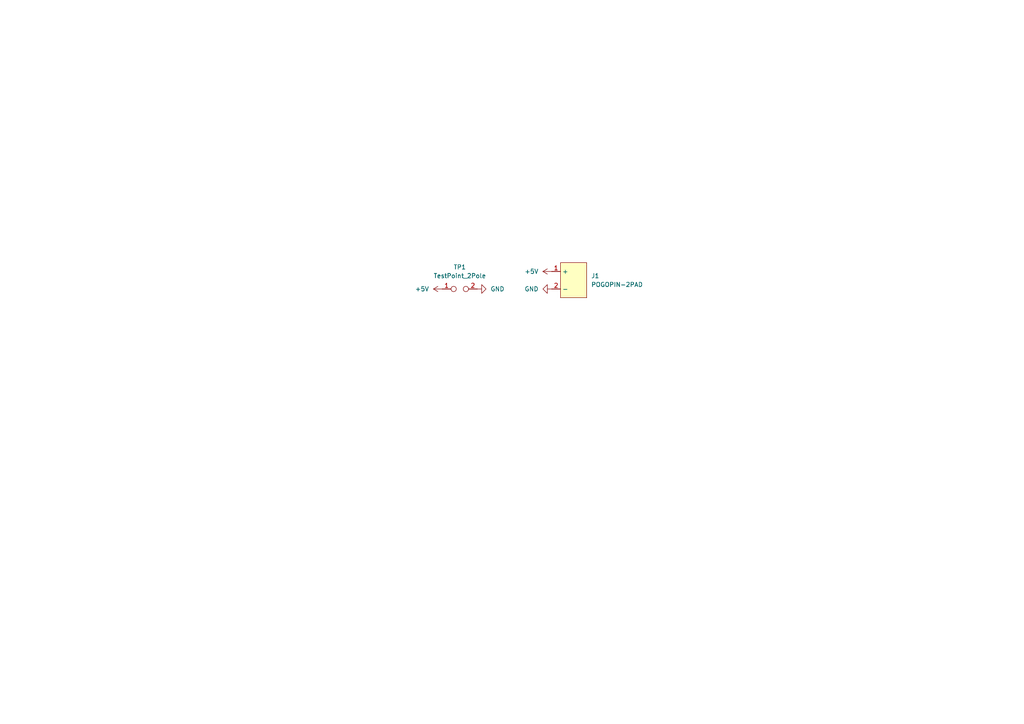
<source format=kicad_sch>
(kicad_sch (version 20211123) (generator eeschema)
  (paper "A4")
  (lib_symbols
    (symbol "Connector:TestPoint_2Pole" (pin_names (offset 0.762) hide)
      (property "Reference" "TP" (at 0 1.524 0))
      (property "Value" "TestPoint_2Pole" (at 0 -1.778 0))
      (symbol "TestPoint_2Pole_0_1"
        (circle (center -1.778 0) (radius 0.762))
        (circle (center 1.778 0) (radius 0.762))
        (pin passive line (at -5.08 0 0) (length 2.54) (name "1") (number "1"))
        (pin passive line (at 5.08 0 180) (length 2.54) (name "2") (number "2"))
      )
    )
    (symbol "Rolling_Custom:POGOPIN-2PAD"
      (property "Reference" "J" (at -2.54 6.35 0))
      (property "Value" "POGOPIN-2PAD" (at 0 -6.35 0))
      (symbol "POGOPIN-2PAD_0_1"
        (rectangle (start -3.81 5.08) (end 3.81 -5.08) (fill (type background)))
      )
      (symbol "POGOPIN-2PAD_1_1"
        (pin passive line (at -6.35 2.54 0) (length 2.54) (name "+") (number "1"))
        (pin passive line (at -6.35 -2.54 0) (length 2.54) (name "-") (number "2"))
      )
    )
    (symbol "power:+5V" (power) (pin_names (offset 0))
      (property "Value" "+5V" (at 0 3.556 0))
      (symbol "+5V_0_1"
        (polyline (pts (xy -0.762 1.27) (xy 0 2.54)))
        (polyline (pts (xy 0 0) (xy 0 2.54)))
        (polyline (pts (xy 0 2.54) (xy 0.762 1.27)))
      )
      (symbol "+5V_1_1"
        (pin power_in line (at 0 0 90) (length 0) hide (name "+5V") (number "1"))
      )
    )
    (symbol "power:GND" (power) (pin_names (offset 0))
      (property "Value" "GND" (at 0 -3.81 0))
      (symbol "GND_0_1"
        (polyline (pts (xy 0 0) (xy 0 -1.27) (xy 1.27 -1.27) (xy 0 -2.54) (xy -1.27 -1.27) (xy 0 -1.27)))
      )
      (symbol "GND_1_1"
        (pin power_in line (at 0 0 270) (length 0) hide (name "GND") (number "1"))
      )
    )
  )
  (symbol (lib_id "power:+5V") (at 128.27 83.82 90) (unit 1)
    (property "Reference" "#PWR0104" (effects hide))
    (property "Value" "+5V" (at 124.46 83.8199 90) (effects (justify left)))
  )
  (symbol (lib_id "power:GND") (at 160.02 83.82 270) (unit 1)
    (property "Reference" "#PWR0102" (effects hide))
    (property "Value" "GND" (at 156.21 83.8199 90) (effects (justify right)))
  )
  (symbol (lib_id "power:GND") (at 138.43 83.82 90) (unit 1)
    (property "Reference" "#PWR0103" (effects hide))
    (property "Value" "GND" (at 142.24 83.8199 90) (effects (justify right)))
  )
  (symbol (lib_id "Rolling_Custom:POGOPIN-2PAD") (at 166.37 81.28 0) (unit 1)
    (property "Reference" "J1" (at 171.45 80.0099 0) (effects (justify left)))
    (property "Value" "POGOPIN-2PAD" (at 171.45 82.5499 0) (effects (justify left)))
    (property "Footprint" "Rolling_Custom:POGOPIN-2PAD" (effects hide))
  )
  (symbol (lib_id "power:+5V") (at 160.02 78.74 90) (unit 1)
    (property "Reference" "#PWR0101" (effects hide))
    (property "Value" "+5V" (at 156.21 78.7399 90) (effects (justify left)))
  )
  (symbol (lib_id "Connector:TestPoint_2Pole") (at 133.35 83.82 0) (unit 1)
    (property "Reference" "TP1" (at 133.35 77.47 0))
    (property "Value" "TestPoint_2Pole" (at 133.35 80.01 0))
    (property "Footprint" "TestPoint:TestPoint_2Pads_Pitch5.08mm_Drill1.3mm" (effects hide))
  )
)
</source>
